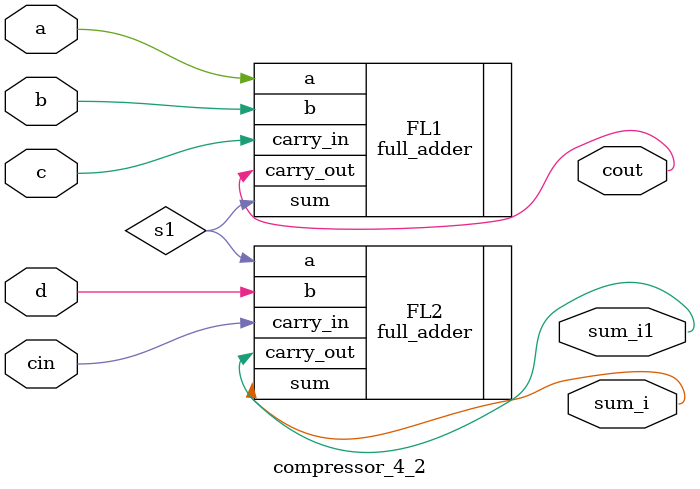
<source format=sv>
`include "full_adder.sv"
module compressor_4_2(a, b, c, d, cin, cout, sum_i, sum_i1);
input logic a;
input logic b;
input logic c;
input logic d;
input logic cin;
wire s1;
output logic cout, sum_i, sum_i1;


full_adder FL1( .a(a),
				.b(b),
				.carry_in(c),
				.sum(s1),
				.carry_out(cout));

full_adder FL2( .a(s1),
				.b(d),
				.carry_in(cin),
				.sum(sum_i),
				.carry_out(sum_i1));


endmodule

</source>
